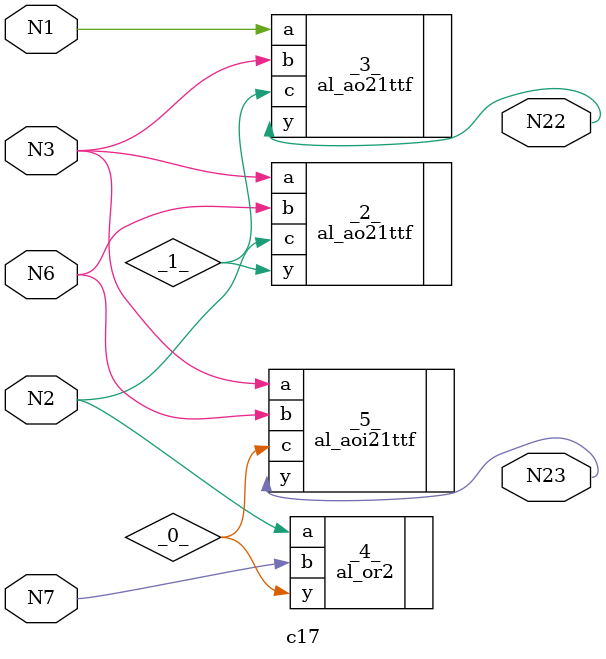
<source format=v>

module c17(N1, N2, N3, N6, N7, N22, N23);
  wire _0_;
  wire _1_;
  input N1;
  input N2;
  output N22;
  output N23;
  input N3;
  input N6;
  input N7;
  al_ao21ttf _2_ (
    .a(N3),
    .b(N6),
    .c(N2),
    .y(_1_)
  );
  al_ao21ttf _3_ (
    .a(N1),
    .b(N3),
    .c(_1_),
    .y(N22)
  );
  al_or2 _4_ (
    .a(N2),
    .b(N7),
    .y(_0_)
  );
  al_aoi21ttf _5_ (
    .a(N3),
    .b(N6),
    .c(_0_),
    .y(N23)
  );
endmodule

</source>
